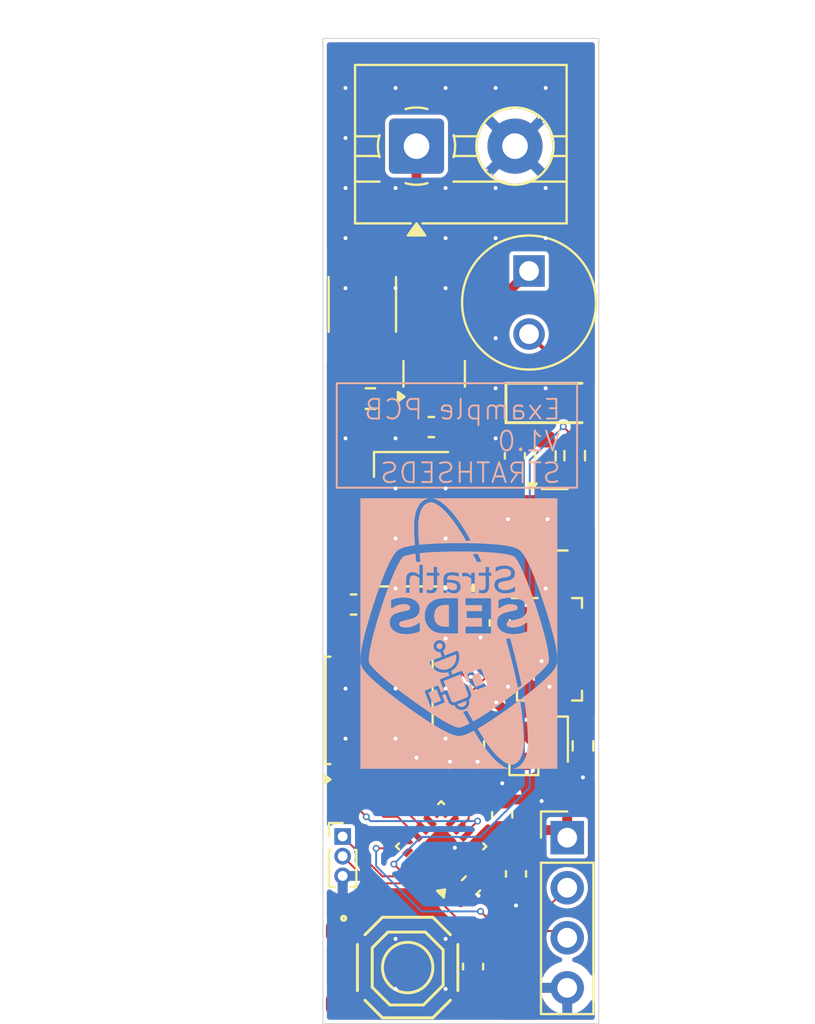
<source format=kicad_pcb>
(kicad_pcb (version 20240108) (generator "pcbnew") (generator_version "8.0")
  (layers (0 "F.Cu" signal) (31 "B.Cu" signal) (34 "B.Paste" user) (35 "F.Paste" user) (36 "B.SilkS" user "B.Silkscreen") (37 "F.SilkS" user "F.Silkscreen") (38 "B.Mask" user) (39 "F.Mask" user) (44 "Edge.Cuts" user))
  (net 0 "")
  (net 1 "Net-(D2-K)")
  (net 2 "+3V3")
  (net 3 "Net-(D3-K)")
  (net 4 "VBAT")
  (net 5 "Net-(BZ1--)")
  (net 6 "/BAT+")
  (net 7 "Net-(Q1-D)")
  (net 8 "Net-(Q1-G)")
  (net 9 "Net-(Q2-G)")
  (net 10 "GND")
  (net 11 "/NRST")
  (net 12 "/SPI_MOSI")
  (net 13 "/UART1_RX")
  (net 14 "/UART1_TX")
  (net 15 "/DEBUG_SWIM")
  (net 16 "/Buzzer")
  (net 17 "/SPI_NSS")
  (net 18 "/SPI_MISO")
  (net 21 "/I2C_SCL")
  (net 22 "/LED")
  (net 24 "/SPI_SCK")
  (net 27 "/I2C_SDA")
  (net 30 "/VCAP")
  (footprint "Resistor_SMD:R_0603_1608Metric" (layer "F.Cu") (at 153.7 120.9 -90)
    (property "Reference" "R5" (hide yes))
    (property "Value" "470R")
    (pad "1" smd roundrect (at -0.825 0 270) (size 0.8 0.95) (layers "F.Cu" "F.Paste" "F.Mask") (net 3 "Net-(D3-K)"))
    (pad "2" smd roundrect (at 0.825 0 270) (size 0.8 0.95) (layers "F.Cu" "F.Paste" "F.Mask") (net 22 "/LED"))
  )
  (footprint "Capacitor_SMD:C_0603_1608Metric" (layer "F.Cu") (at 146.556205 113.729296)
    (property "Reference" "C4" (hide yes))
    (property "Value" "100nF")
    (pad "1" smd roundrect (at -0.775 0) (size 0.9 0.95) (layers "F.Cu" "F.Paste" "F.Mask") (net 2 "+3V3"))
    (pad "2" smd roundrect (at 0.775 0) (size 0.9 0.95) (layers "F.Cu" "F.Paste" "F.Mask") (net 10 "GND"))
  )
  (footprint "Package_LGA:LGA-8_3x5mm_P1.25mm" (layer "F.Cu") (at 156.5 116)
    (property "Reference" "U2" (hide yes))
    (property "Value" "MS5607-02BA")
    (pad "1" smd rect (at -1.075 -1.875) (size 0.95 0.55) (layers "F.Cu" "F.Paste" "F.Mask") (net 2 "+3V3"))
    (pad "2" smd rect (at -1.075 -0.625) (size 0.95 0.55) (layers "F.Cu" "F.Paste" "F.Mask") (net 2 "+3V3"))
    (pad "3" smd rect (at -1.075 0.625) (size 0.95 0.55) (layers "F.Cu" "F.Paste" "F.Mask") (net 10 "GND"))
    (pad "4" smd rect (at -1.075 1.875) (size 0.95 0.55) (layers "F.Cu" "F.Paste" "F.Mask") (net 10 "GND"))
    (pad "5" smd rect (at 1.075 1.875) (size 0.95 0.55) (layers "F.Cu" "F.Paste" "F.Mask") (net 10 "GND"))
    (pad "6" smd rect (at 1.075 0.625) (size 0.95 0.55) (layers "F.Cu" "F.Paste" "F.Mask"))
    (pad "7" smd rect (at 1.075 -0.625) (size 0.95 0.55) (layers "F.Cu" "F.Paste" "F.Mask") (net 27 "/I2C_SDA"))
    (pad "8" smd rect (at 1.075 -1.875) (size 0.95 0.55) (layers "F.Cu" "F.Paste" "F.Mask") (net 21 "/I2C_SCL"))
  )
  (footprint "Resistor_SMD:R_0603_1608Metric" (layer "F.Cu") (at 158.2 120.9 -90)
    (property "Reference" "R4" (hide yes))
    (property "Value" "470R")
    (pad "1" smd roundrect (at -0.825 0 270) (size 0.8 0.95) (layers "F.Cu" "F.Paste" "F.Mask") (net 1 "Net-(D2-K)"))
    (pad "2" smd roundrect (at 0.825 0 270) (size 0.8 0.95) (layers "F.Cu" "F.Paste" "F.Mask") (net 10 "GND"))
  )
  (footprint "Connector_PinHeader_1.00mm:PinHeader_1x03_P1.00mm_Vertical" (layer "F.Cu") (at 146 125.5)
    (property "Reference" "J3" (hide yes))
    (property "Value" "UART Header")
    (pad "1" thru_hole rect (at 0 0) (size 0.85 0.85) (drill 0.5) (layers "*.Cu" "*.Mask") (net 14 "/UART1_TX"))
    (pad "2" thru_hole oval (at 0 1) (size 0.85 0.85) (drill 0.5) (layers "*.Cu" "*.Mask") (net 13 "/UART1_RX"))
    (pad "3" thru_hole oval (at 0 2) (size 0.85 0.85) (drill 0.5) (layers "*.Cu" "*.Mask") (net 10 "GND"))
  )
  (footprint "Capacitor_SMD:C_0603_1608Metric" (layer "F.Cu") (at 154.1 124.4 90)
    (property "Reference" "C2" (hide yes))
    (property "Value" "100nF")
    (pad "1" smd roundrect (at -0.775 0 90) (size 0.9 0.95) (layers "F.Cu" "F.Paste" "F.Mask") (net 2 "+3V3"))
    (pad "2" smd roundrect (at 0.775 0 90) (size 0.9 0.95) (layers "F.Cu" "F.Paste" "F.Mask") (net 10 "GND"))
  )
  (footprint "Package_DFN_QFN:ST_UFQFPN-20_3x3mm_P0.5mm" (layer "F.Cu") (at 151 126 135)
    (property "Reference" "U1" (hide yes))
    (property "Value" "STM8S003F3U")
    (pad "1" smd custom (at -1.475 -1 135) (size 0.35 0.3) (layers "F.Cu" "F.Paste" "F.Mask") (net 11 "/NRST") (options (clearance outline) (anchor rect)) (primitives (gr_poly (pts (xy 0.325 0) (xy 0.325 0.15) (xy 0.175 0.15) (xy 0.175 -0.15)) (width 0) (fill yes))))
    (pad "2" smd rect (at -1.3 -0.5 135) (size 0.7 0.3) (layers "F.Cu" "F.Paste" "F.Mask"))
    (pad "3" smd rect (at -1.3 0 135) (size 0.7 0.3) (layers "F.Cu" "F.Paste" "F.Mask"))
    (pad "4" smd rect (at -1.3 0.5 135) (size 0.7 0.3) (layers "F.Cu" "F.Paste" "F.Mask") (net 10 "GND"))
    (pad "5" smd custom (at -1.475 1 135) (size 0.35 0.3) (layers "F.Cu" "F.Paste" "F.Mask") (net 30 "/VCAP") (options (clearance outline) (anchor rect)) (primitives (gr_poly (pts (xy 0.325 0) (xy 0.175 0.15) (xy 0.175 -0.15) (xy 0.325 -0.15)) (width 0) (fill yes))))
    (pad "6" smd custom (at -1 1.475 135) (size 0.3 0.35) (layers "F.Cu" "F.Paste" "F.Mask") (net 2 "+3V3") (options (clearance outline) (anchor rect)) (primitives (gr_poly (pts (xy 0.15 -0.175) (xy -0.15 -0.175) (xy 0 -0.325) (xy 0.15 -0.325)) (width 0) (fill yes))))
    (pad "7" smd rect (at -0.5 1.3 135) (size 0.3 0.7) (layers "F.Cu" "F.Paste" "F.Mask") (net 17 "/SPI_NSS"))
    (pad "8" smd rect (at 0 1.3 135) (size 0.3 0.7) (layers "F.Cu" "F.Paste" "F.Mask") (net 27 "/I2C_SDA"))
    (pad "9" smd rect (at 0.5 1.3 135) (size 0.3 0.7) (layers "F.Cu" "F.Paste" "F.Mask") (net 21 "/I2C_SCL"))
    (pad "10" smd custom (at 1 1.475 135) (size 0.3 0.35) (layers "F.Cu" "F.Paste" "F.Mask") (net 22 "/LED") (options (clearance outline) (anchor rect)) (primitives (gr_poly (pts (xy 0.15 -0.175) (xy -0.15 -0.175) (xy -0.15 -0.325) (xy 0 -0.325)) (width 0) (fill yes))))
    (pad "11" smd custom (at 1.475 1 135) (size 0.35 0.3) (layers "F.Cu" "F.Paste" "F.Mask") (options (clearance outline) (anchor rect)) (primitives (gr_poly (pts (xy -0.175 0.15) (xy -0.325 0) (xy -0.325 -0.15) (xy -0.175 -0.15)) (width 0) (fill yes))))
    (pad "12" smd rect (at 1.3 0.5 135) (size 0.7 0.3) (layers "F.Cu" "F.Paste" "F.Mask") (net 24 "/SPI_SCK"))
    (pad "13" smd rect (at 1.3 0 135) (size 0.7 0.3) (layers "F.Cu" "F.Paste" "F.Mask") (net 12 "/SPI_MOSI"))
    (pad "14" smd rect (at 1.3 -0.5 135) (size 0.7 0.3) (layers "F.Cu" "F.Paste" "F.Mask") (net 18 "/SPI_MISO"))
    (pad "15" smd custom (at 1.475 -1 135) (size 0.35 0.3) (layers "F.Cu" "F.Paste" "F.Mask") (net 15 "/DEBUG_SWIM") (options (clearance outline) (anchor rect)) (primitives (gr_poly (pts (xy -0.175 0.15) (xy -0.325 0.15) (xy -0.325 0) (xy -0.175 -0.15)) (width 0) (fill yes))))
    (pad "16" smd custom (at 1 -1.475 135) (size 0.3 0.35) (layers "F.Cu" "F.Paste" "F.Mask") (options (clearance outline) (anchor rect)) (primitives (gr_poly (pts (xy 0 0.325) (xy -0.15 0.325) (xy -0.15 0.175) (xy 0.15 0.175)) (width 0) (fill yes))))
    (pad "17" smd rect (at 0.5 -1.3 135) (size 0.3 0.7) (layers "F.Cu" "F.Paste" "F.Mask"))
    (pad "18" smd rect (at 0 -1.3 135) (size 0.3 0.7) (layers "F.Cu" "F.Paste" "F.Mask") (net 16 "/Buzzer"))
    (pad "19" smd rect (at -0.5 -1.3 135) (size 0.3 0.7) (layers "F.Cu" "F.Paste" "F.Mask") (net 14 "/UART1_TX"))
    (pad "20" smd custom (at -1 -1.475 135) (size 0.3 0.35) (layers "F.Cu" "F.Paste" "F.Mask") (net 13 "/UART1_RX") (options (clearance outline) (anchor rect)) (primitives (gr_poly (pts (xy 0.15 0.325) (xy 0 0.325) (xy -0.15 0.175) (xy 0.15 0.175)) (width 0) (fill yes))))
  )
  (footprint "PCM_JLCPCB:D_SOD-123FL" (layer "F.Cu") (at 156.5 103.5)
    (property "Reference" "D4" (hide yes))
    (property "Value" "SM4007PL")
    (pad "1" smd roundrect (at -1.4 0) (size 1.1 1.6) (layers "F.Cu" "F.Paste" "F.Mask") (roundrect_rratio 0.2272727273) (net 4 "VBAT"))
    (pad "2" smd roundrect (at 1.4 0) (size 1.1 1.6) (layers "F.Cu" "F.Paste" "F.Mask") (roundrect_rratio 0.2272727273) (net 5 "Net-(BZ1--)"))
  )
  (footprint "Capacitor_SMD:C_0603_1608Metric" (layer "F.Cu") (at 152.621605 132.1 -90)
    (property "Reference" "C1" (hide yes))
    (property "Value" "100nF")
    (pad "1" smd roundrect (at -0.775 0 270) (size 0.9 0.95) (layers "F.Cu" "F.Paste" "F.Mask") (net 11 "/NRST"))
    (pad "2" smd roundrect (at 0.775 0 270) (size 0.9 0.95) (layers "F.Cu" "F.Paste" "F.Mask") (net 10 "GND"))
  )
  (footprint "Connector_PinHeader_2.54mm:PinHeader_1x04_P2.54mm_Vertical" (layer "F.Cu") (at 157.4 125.560352)
    (property "Reference" "J2" (hide yes))
    (property "Value" "Debug Header")
    (pad "1" thru_hole rect (at 0 0) (size 1.7 1.7) (drill 1) (layers "*.Cu" "*.Mask") (net 2 "+3V3"))
    (pad "2" thru_hole oval (at 0 2.54) (size 1.7 1.7) (drill 1) (layers "*.Cu" "*.Mask") (net 15 "/DEBUG_SWIM"))
    (pad "3" thru_hole oval (at 0 5.08) (size 1.7 1.7) (drill 1) (layers "*.Cu" "*.Mask") (net 11 "/NRST"))
    (pad "4" thru_hole oval (at 0 7.62) (size 1.7 1.7) (drill 1) (layers "*.Cu" "*.Mask") (net 10 "GND"))
  )
  (footprint "Package_TO_SOT_SMD:SOT-23" (layer "F.Cu") (at 150.646583 102.021557 90)
    (property "Reference" "Q1" (hide yes))
    (property "Value" "AO3401A")
    (pad "1" smd roundrect (at -0.9375 -0.95 90) (size 1.475 0.6) (layers "F.Cu" "F.Paste" "F.Mask") (net 8 "Net-(Q1-G)"))
    (pad "2" smd roundrect (at -0.9375 0.95 90) (size 1.475 0.6) (layers "F.Cu" "F.Paste" "F.Mask") (net 4 "VBAT"))
    (pad "3" smd roundrect (at 0.9375 0 90) (size 1.475 0.6) (layers "F.Cu" "F.Paste" "F.Mask") (net 7 "Net-(Q1-D)"))
  )
  (footprint "Capacitor_SMD:C_0603_1608Metric" (layer "F.Cu") (at 152.514974 127.98019 -135)
    (property "Reference" "C8" (hide yes))
    (property "Value" "1uF X5R")
    (pad "1" smd roundrect (at -0.775 0 225) (size 0.9 0.95) (layers "F.Cu" "F.Paste" "F.Mask") (net 30 "/VCAP"))
    (pad "2" smd roundrect (at 0.775 0 225) (size 0.9 0.95) (layers "F.Cu" "F.Paste" "F.Mask") (net 10 "GND"))
  )
  (footprint "Package_SO:SOIC-8_5.23x5.23mm_P1.27mm" (layer "F.Cu") (at 147.843553 119.1 90)
    (property "Reference" "U3" (hide yes))
    (property "Value" "W25Q128JVS")
    (pad "1" smd roundrect (at -3.6 -1.905 90) (size 1.6 0.6) (layers "F.Cu" "F.Paste" "F.Mask") (net 17 "/SPI_NSS"))
    (pad "2" smd roundrect (at -3.6 -0.635 90) (size 1.6 0.6) (layers "F.Cu" "F.Paste" "F.Mask") (net 18 "/SPI_MISO"))
    (pad "3" smd roundrect (at -3.6 0.635 90) (size 1.6 0.6) (layers "F.Cu" "F.Paste" "F.Mask") (net 10 "GND"))
    (pad "4" smd roundrect (at -3.6 1.905 90) (size 1.6 0.6) (layers "F.Cu" "F.Paste" "F.Mask") (net 10 "GND"))
    (pad "5" smd roundrect (at 3.6 1.905 90) (size 1.6 0.6) (layers "F.Cu" "F.Paste" "F.Mask") (net 12 "/SPI_MOSI"))
    (pad "6" smd roundrect (at 3.6 0.635 90) (size 1.6 0.6) (layers "F.Cu" "F.Paste" "F.Mask") (net 24 "/SPI_SCK"))
    (pad "7" smd roundrect (at 3.6 -0.635 90) (size 1.6 0.6) (layers "F.Cu" "F.Paste" "F.Mask") (net 10 "GND"))
    (pad "8" smd roundrect (at 3.6 -1.905 90) (size 1.6 0.6) (layers "F.Cu" "F.Paste" "F.Mask") (net 2 "+3V3"))
  )
  (footprint "Package_TO_SOT_SMD:SOT-223-3_TabPin2" (layer "F.Cu") (at 149.5 109.4 180)
    (property "Reference" "U4" (hide yes))
    (property "Value" "AMS1117-3.3")
    (pad "1" smd roundrect (at -3.15 -2.3 180) (size 2 1.5) (layers "F.Cu" "F.Paste" "F.Mask") (net 10 "GND"))
    (pad "2" smd roundrect (at -3.15 0 180) (size 2 1.5) (layers "F.Cu" "F.Paste" "F.Mask") (net 2 "+3V3"))
    (pad "2" smd roundrect (at 3.15 0 180) (size 2 3.8) (layers "F.Cu" "F.Paste" "F.Mask") (net 2 "+3V3"))
    (pad "3" smd roundrect (at -3.15 2.3 180) (size 2 1.5) (layers "F.Cu" "F.Paste" "F.Mask") (net 4 "VBAT"))
  )
  (footprint "Buzzer_Beeper:MagneticBuzzer_Kingstate_KCG0601" (layer "F.Cu") (at 155.462494 96.804395 -90)
    (property "Reference" "BZ1" (hide yes))
    (property "Value" "Buzzer")
    (pad "1" thru_hole rect (at 0 0 270) (size 1.6 1.6) (drill 1) (layers "*.Cu" "*.Mask") (net 4 "VBAT"))
    (pad "2" thru_hole circle (at 3.2 0 270) (size 1.6 1.6) (drill 1) (layers "*.Cu" "*.Mask") (net 5 "Net-(BZ1--)"))
  )
  (footprint "Capacitor_SMD:C_0603_1608Metric" (layer "F.Cu") (at 150.50204 104.723393 180)
    (property "Reference" "C6" (hide yes))
    (property "Value" "22uF")
    (pad "1" smd roundrect (at -0.775 0 180) (size 0.9 0.95) (layers "F.Cu" "F.Paste" "F.Mask") (net 4 "VBAT"))
    (pad "2" smd roundrect (at 0.775 0 180) (size 0.9 0.95) (layers "F.Cu" "F.Paste" "F.Mask") (net 10 "GND"))
  )
  (footprint "Capacitor_SMD:C_0603_1608Metric" (layer "F.Cu") (at 154.743867 106.183339 90)
    (property "Reference" "C7" (hide yes))
    (property "Value" "22uF")
    (pad "1" smd roundrect (at -0.775 0 90) (size 0.9 0.95) (layers "F.Cu" "F.Paste" "F.Mask") (net 2 "+3V3"))
    (pad "2" smd roundrect (at 0.775 0 90) (size 0.9 0.95) (layers "F.Cu" "F.Paste" "F.Mask") (net 10 "GND"))
  )
  (footprint "Fuse:Fuse_1812_4532Metric" (layer "F.Cu") (at 147 98.5 -90)
    (property "Reference" "F1" (hide yes))
    (property "Value" "JK-mSMD075-33")
    (pad "1" smd roundrect (at -2.1375 0 270) (size 1.125 3.4) (layers "F.Cu" "F.Paste" "F.Mask") (roundrect_rratio 0.222222) (net 6 "/BAT+"))
    (pad "2" smd roundrect (at 2.1375 0 270) (size 1.125 3.4) (layers "F.Cu" "F.Paste" "F.Mask") (roundrect_rratio 0.222222) (net 7 "Net-(Q1-D)"))
  )
  (footprint "TerminalBlock:TerminalBlock_MaiXu_MX126-5.0-02P_1x02_P5.00mm" (layer "F.Cu") (at 149.75 90.4675)
    (property "Reference" "J1" (hide yes))
    (property "Value" "Screw Terminal")
    (pad "1" thru_hole roundrect (at 0 0) (size 2.8 2.8) (drill 1.3) (layers "*.Cu" "*.Mask") (roundrect_rratio 0.089286) (net 6 "/BAT+"))
    (pad "2" thru_hole circle (at 5 0) (size 2.8 2.8) (drill 1.3) (layers "*.Cu" "*.Mask") (net 10 "GND"))
  )
  (footprint "Resistor_SMD:R_0603_1608Metric" (layer "F.Cu") (at 156.289697 106.183313 -90)
    (property "Reference" "R3" (hide yes))
    (property "Value" "10k")
    (pad "1" smd roundrect (at -0.825 0 270) (size 0.8 0.95) (layers "F.Cu" "F.Paste" "F.Mask") (net 10 "GND"))
    (pad "2" smd roundrect (at 0.825 0 270) (size 0.8 0.95) (layers "F.Cu" "F.Paste" "F.Mask") (net 9 "Net-(Q2-G)"))
  )
  (footprint "Resistor_SMD:R_0603_1608Metric" (layer "F.Cu") (at 147.41105 103.277966 180)
    (property "Reference" "R1" (hide yes))
    (property "Value" "10k")
    (pad "1" smd roundrect (at -0.825 0 180) (size 0.8 0.95) (layers "F.Cu" "F.Paste" "F.Mask") (net 8 "Net-(Q1-G)"))
    (pad "2" smd roundrect (at 0.825 0 180) (size 0.8 0.95) (layers "F.Cu" "F.Paste" "F.Mask") (net 10 "GND"))
  )
  (footprint "Capacitor_SMD:C_0603_1608Metric" (layer "F.Cu") (at 153.975808 114.662158 -90)
    (property "Reference" "C5" (hide yes))
    (property "Value" "100nF")
    (pad "1" smd roundrect (at -0.775 0 270) (size 0.9 0.95) (layers "F.Cu" "F.Paste" "F.Mask") (net 2 "+3V3"))
    (pad "2" smd roundrect (at 0.775 0 270) (size 0.9 0.95) (layers "F.Cu" "F.Paste" "F.Mask") (net 10 "GND"))
  )
  (footprint "PCM_JLCPCB:SW-SMD_4P-L5.1-W5.1-P3.70-LS6.5-TL-2" (layer "F.Cu") (at 149.3 132.15)
    (property "Reference" "S1" (hide yes))
    (property "Value" "Tactile Button, 160gf")
    (pad "1" smd roundrect (at -3.3 -1.85) (size 1.7 1) (layers "F.Cu" "F.Paste" "F.Mask"))
    (pad "2" smd roundrect (at 3.3 -1.85) (size 1.7 1) (layers "F.Cu" "F.Paste" "F.Mask") (net 11 "/NRST"))
    (pad "3" smd roundrect (at -3.3 1.85) (size 1.7 1) (layers "F.Cu" "F.Paste" "F.Mask") (net 10 "GND"))
    (pad "4" smd roundrect (at 3.3 1.85) (size 1.7 1) (layers "F.Cu" "F.Paste" "F.Mask") (net 10 "GND"))
  )
  (footprint "Capacitor_SMD:C_0603_1608Metric" (layer "F.Cu") (at 154.8 127.4 -90)
    (property "Reference" "C3" (hide yes))
    (property "Value" "1uF")
    (pad "1" smd roundrect (at -0.775 0 270) (size 0.9 0.95) (layers "F.Cu" "F.Paste" "F.Mask") (net 2 "+3V3"))
    (pad "2" smd roundrect (at 0.775 0 270) (size 0.9 0.95) (layers "F.Cu" "F.Paste" "F.Mask") (net 10 "GND"))
  )
  (footprint "LED_SMD:LED_0603_1608Metric" (layer "F.Cu") (at 156.7 120.9 -90)
    (property "Reference" "D2" (hide yes))
    (property "Value" "KT-0603R")
    (pad "1" smd roundrect (at -0.7875 0 270) (size 0.875 0.95) (layers "F.Cu" "F.Paste" "F.Mask") (net 1 "Net-(D2-K)"))
    (pad "2" smd roundrect (at 0.7875 0 270) (size 0.875 0.95) (layers "F.Cu" "F.Paste" "F.Mask") (net 2 "+3V3"))
  )
  (footprint "LED_SMD:LED_0603_1608Metric" (layer "F.Cu") (at 155.2 120.9 90)
    (property "Reference" "D3" (hide yes))
    (property "Value" "KT-0603B")
    (pad "1" smd roundrect (at -0.7875 0 90) (size 0.875 0.95) (layers "F.Cu" "F.Paste" "F.Mask") (net 3 "Net-(D3-K)"))
    (pad "2" smd roundrect (at 0.7875 0 90) (size 0.875 0.95) (layers "F.Cu" "F.Paste" "F.Mask") (net 2 "+3V3"))
  )
  (footprint "Package_TO_SOT_SMD:SOT-23" (layer "F.Cu") (at 156.769273 109.42633)
    (property "Reference" "Q2" (hide yes))
    (property "Value" "AO3400A")
    (pad "1" smd roundrect (at -0.9375 -0.95) (size 1.475 0.6) (layers "F.Cu" "F.Paste" "F.Mask") (net 9 "Net-(Q2-G)"))
    (pad "2" smd roundrect (at -0.9375 0.95) (size 1.475 0.6) (layers "F.Cu" "F.Paste" "F.Mask") (net 10 "GND"))
    (pad "3" smd roundrect (at 0.9375 0) (size 1.475 0.6) (layers "F.Cu" "F.Paste" "F.Mask") (net 5 "Net-(BZ1--)"))
  )
  (footprint "Resistor_SMD:R_0603_1608Metric" (layer "F.Cu") (at 157.781452 106.174048 -90)
    (property "Reference" "R2" (hide yes))
    (property "Value" "270R")
    (pad "1" smd roundrect (at -0.825 0 270) (size 0.8 0.95) (layers "F.Cu" "F.Paste" "F.Mask") (net 16 "/Buzzer"))
    (pad "2" smd roundrect (at 0.825 0 270) (size 0.8 0.95) (layers "F.Cu" "F.Paste" "F.Mask") (net 9 "Net-(Q2-G)"))
  )
  (footprint "Library:strathseds" (layer "B.Cu") (at 151.9 115.2 180)
    (property "Reference" "G***" (hide yes))
    (property "Value" "LOGO" (hide yes))
  )
  (gr_rect (start 145 85) (end 159 135) (stroke (width 0.05)) (fill none) (layer "Edge.Cuts"))
  (gr_text_box "Example PCB\nV1.0\nSTRATHSEDS\n" (start 145.7 102.5) (end 157.9 107.8) (layer "B.SilkS") (effects (font (size 1 1) (thickness 0.1)) (justify left top mirror)) (border yes) (stroke (width 0.1)))
  (segment (start 156.7 120.1125) (end 158.1625 120.1125) (width 0.2) (layer "F.Cu") (net 1))
  (segment (start 158.1625 120.1125) (end 158.2 120.075) (width 0.2) (layer "F.Cu") (net 1))
  (segment (start 145.938553 115.633779) (end 145.938553 109.911447) (width 0.5) (layer "F.Cu") (net 2))
  (segment (start 155.425 115.375) (end 155.425 114.125) (width 0.5) (layer "F.Cu") (net 2))
  (segment (start 154.1 113.762966) (end 154.1 110.95) (width 0.5) (layer "F.Cu") (net 2))
  (segment (start 156.551818 121.6125) (end 155.2 120.260682) (width 0.5) (layer "F.Cu") (net 2))
  (segment (start 156.7 121.9) (end 157.4 122.6) (width 0.5) (layer "F.Cu") (net 2))
  (segment (start 154.743867 106.958339) (end 154.743867 107.406133) (width 0.5) (layer "F.Cu") (net 2))
  (segment (start 156.7 121.6875) (end 156.7 121.9) (width 0.2) (layer "F.Cu") (net 2))
  (segment (start 145.938553 109.911447) (end 146.35 109.5) (width 0.5) (layer "F.Cu") (net 2))
  (segment (start 154.1 125.175) (end 157.014648 125.175) (width 0.5) (layer "F.Cu") (net 2))
  (segment (start 154.743867 107.406133) (end 152.65 109.5) (width 0.5) (layer "F.Cu") (net 2))
  (segment (start 154.1 110.95) (end 152.65 109.5) (width 0.5) (layer "F.Cu") (net 2))
  (segment (start 156.7 121.6875) (end 156.7 121.6125) (width 0.2) (layer "F.Cu") (net 2))
  (segment (start 152.1 113.9) (end 152.5 113.9) (width 0.5) (layer "F.Cu") (net 2))
  (segment (start 154.21365 114.125) (end 153.975808 113.887158) (width 0.5) (layer "F.Cu") (net 2))
  (segment (start 152.1 117) (end 152.1 113.9) (width 0.5) (layer "F.Cu") (net 2))
  (segment (start 155.425 114.125) (end 154.21365 114.125) (width 0.5) (layer "F.Cu") (net 2))
  (segment (start 155.2 120.260682) (end 155.2 120.1125) (width 0.5) (layer "F.Cu") (net 2))
  (segment (start 153.975808 113.887158) (end 154.1 113.762966) (width 0.5) (layer "F.Cu") (net 2))
  (segment (start 157.014648 125.175) (end 157.4 125.560352) (width 0.5) (layer "F.Cu") (net 2))
  (segment (start 152.5 113.9) (end 152.512842 113.887158) (width 0.5) (layer "F.Cu") (net 2))
  (segment (start 157.4 122.6) (end 157.4 125.560352) (width 0.5) (layer "F.Cu") (net 2))
  (segment (start 154.8 126.425) (end 154.8 126.353248) (width 0.2) (layer "F.Cu") (net 2))
  (segment (start 155.2 120.1) (end 153.8 118.7) (width 0.5) (layer "F.Cu") (net 2))
  (segment (start 155.2 120.1125) (end 155.2 120.1) (width 0.5) (layer "F.Cu") (net 2))
  (segment (start 146.35 109.5) (end 152.65 109.5) (width 0.5) (layer "F.Cu") (net 2))
  (segment (start 152.5 117.4) (end 152.1 117) (width 0.5) (layer "F.Cu") (net 2))
  (segment (start 156.7 121.6125) (end 156.551818 121.6125) (width 0.5) (layer "F.Cu") (net 2))
  (segment (start 152.512842 113.887158) (end 153.975808 113.887158) (width 0.5) (layer "F.Cu") (net 2))
  (via (at 153.8 118.7) (size 0.35) (drill 0.2) (layers "F.Cu" "B.Cu") (net 2))
  (via (at 152.5 117.4) (size 0.35) (drill 0.2) (layers "F.Cu" "B.Cu") (net 2))
  (segment (start 153.8 118.7) (end 152.5 117.4) (width 0.5) (layer "B.Cu") (net 2))
  (segment (start 155.2 121.6875) (end 155.2 121.575) (width 0.2) (layer "F.Cu") (net 3))
  (segment (start 155.2 121.575) (end 153.7 120.075) (width 0.2) (layer "F.Cu") (net 3))
  (segment (start 155.1 103.5) (end 152.137526 103.5) (width 0.5) (layer "F.Cu") (net 4))
  (segment (start 151.27704 104.723393) (end 151.27704 105.82704) (width 0.5) (layer "F.Cu") (net 4))
  (segment (start 151.27704 105.82704) (end 152.65 107.2) (width 0.5) (layer "F.Cu") (net 4))
  (segment (start 151.596583 100.670306) (end 155.462494 96.804395) (width 0.5) (layer "F.Cu") (net 4))
  (segment (start 151.596583 102.959057) (end 151.596583 100.670306) (width 0.5) (layer "F.Cu") (net 4))
  (segment (start 152.137526 103.5) (end 151.596583 102.959057) (width 0.5) (layer "F.Cu") (net 4))
  (segment (start 158.556452 108.576651) (end 158.556452 104.156452) (width 0.2) (layer "F.Cu") (net 5))
  (segment (start 157.706773 109.42633) (end 158.556452 108.576651) (width 0.2) (layer "F.Cu") (net 5))
  (segment (start 157.9 103.5) (end 157.9 102.441901) (width 0.2) (layer "F.Cu") (net 5))
  (segment (start 158.556452 104.156452) (end 157.9 103.5) (width 0.2) (layer "F.Cu") (net 5))
  (segment (start 157.9 102.441901) (end 155.462494 100.004395) (width 0.2) (layer "F.Cu") (net 5))
  (segment (start 149.75 93.6125) (end 147 96.3625) (width 0.5) (layer "F.Cu") (net 6))
  (segment (start 149.75 90.4675) (end 149.75 93.6125) (width 0.5) (layer "F.Cu") (net 6))
  (segment (start 150.200026 100.6375) (end 150.646583 101.084057) (width 0.5) (layer "F.Cu") (net 7))
  (segment (start 147 100.6375) (end 150.200026 100.6375) (width 0.5) (layer "F.Cu") (net 7))
  (segment (start 149.696583 102.959057) (end 148.554959 102.959057) (width 0.5) (layer "F.Cu") (net 8))
  (segment (start 148.554959 102.959057) (end 148.23605 103.277966) (width 0.5) (layer "F.Cu") (net 8))
  (segment (start 155.831773 107.466237) (end 156.289697 107.008313) (width 0.2) (layer "F.Cu") (net 9))
  (segment (start 157.772187 107.008313) (end 157.781452 106.999048) (width 0.2) (layer "F.Cu") (net 9))
  (segment (start 155.831773 108.47633) (end 155.831773 107.466237) (width 0.2) (layer "F.Cu") (net 9))
  (segment (start 156.289697 107.008313) (end 157.772187 107.008313) (width 0.2) (layer "F.Cu") (net 9))
  (segment (start 152.871802 128.528198) (end 152.9 128.5) (width 0.1) (layer "F.Cu") (net 10))
  (segment (start 151.779631 126.072524) (end 152.272792 126.565685) (width 0.2) (layer "F.Cu") (net 10))
  (segment (start 154.425 117.875) (end 154.4 117.9) (width 0.1) (layer "F.Cu") (net 10))
  (segment (start 154.67633 110.37633) (end 154.4 110.1) (width 0.1) (layer "F.Cu") (net 10))
  (segment (start 149.748553 122.833779) (end 149.748553 121.5) (width 0.2) (layer "F.Cu") (net 10))
  (segment (start 151.966966 128.528198) (end 152.871802 128.528198) (width 0.1) (layer "F.Cu") (net 10))
  (segment (start 153.975808 115.437158) (end 153.037158 115.437158) (width 0.2) (layer "F.Cu") (net 10))
  (segment (start 151.695409 126.072524) (end 151.779631 126.072524) (width 0.2) (layer "F.Cu") (net 10))
  (segment (start 157.575 117.875) (end 156.525 117.875) (width 0.2) (layer "F.Cu") (net 10))
  (segment (start 154.1 123.625) (end 156.025 123.625) (width 0.2) (layer "F.Cu") (net 10))
  (segment (start 155.425 117.875) (end 154.425 117.875) (width 0.1) (layer "F.Cu") (net 10))
  (segment (start 155.831773 110.37633) (end 154.67633 110.37633) (width 0.1) (layer "F.Cu") (net 10))
  (segment (start 154.1 123.625) (end 154.1 122.8) (width 0.2) (layer "F.Cu") (net 10))
  (segment (start 154.4 110.1) (end 154.4 109.4) (width 0.1) (layer "F.Cu") (net 10))
  (segment (start 154.8 128.175) (end 154.8 129) (width 0.2) (layer "F.Cu") (net 10))
  (segment (start 153.037158 115.437158) (end 153 115.4) (width 0.2) (layer "F.Cu") (net 10))
  (segment (start 156.025 123.625) (end 156.1 123.7) (width 0.2) (layer "F.Cu") (net 10))
  (segment (start 158.2 121.725) (end 158.2 122.5) (width 0.2) (layer "F.Cu") (net 10))
  (segment (start 156.525 117.875) (end 156.5 117.9) (width 0.2) (layer "F.Cu") (net 10))
  (segment (start 156.075 116.625) (end 156.1 116.6) (width 0.1) (layer "F.Cu") (net 10))
  (segment (start 155.831773 110.37633) (end 156.4 109.808103) (width 0.1) (layer "F.Cu") (net 10))
  (segment (start 155.425 116.625) (end 156.075 116.625) (width 0.1) (layer "F.Cu") (net 10))
  (segment (start 156.4 109.808103) (end 156.4 109.4) (width 0.1) (layer "F.Cu") (net 10))
  (via (at 154.4 117.9) (size 0.35) (drill 0.2) (layers "F.Cu" "B.Cu") (net 10))
  (via (at 154.1 122.8) (size 0.35) (drill 0.2) (layers "F.Cu" "B.Cu") (net 10))
  (via (at 154.8 129) (size 0.35) (drill 0.2) (layers "F.Cu" "B.Cu") (net 10))
  (via (at 153.765476 100.215) (size 0.35) (drill 0.2) (layers "F.Cu" "B.Cu") (net 10))
  (via (at 153 115.4) (size 0.35) (drill 0.2) (layers "F.Cu" "B.Cu") (net 10))
  (via (at 151.225476 112.915) (size 0.35) (drill 0.2) (layers "F.Cu" "B.Cu") (net 10))
  (via (at 156.305476 95.135) (size 0.35) (drill 0.2) (layers "F.Cu" "B.Cu") (net 10))
  (via (at 153.765476 92.595) (size 0.35) (drill 0.2) (layers "F.Cu" "B.Cu") (net 10))
  (via (at 153.765476 102.755) (size 0.35) (drill 0.2) (layers "F.Cu" "B.Cu") (net 10))
  (via (at 146.145476 92.595) (size 0.35) (drill 0.2) (layers "F.Cu" "B.Cu") (net 10))
  (via (at 148.685476 120.535) (size 0.35) (drill 0.2) (layers "F.Cu" "B.Cu") (net 10))
  (via (at 156.305476 92.595) (size 0.35) (drill 0.2) (layers "F.Cu" "B.Cu") (net 10))
  (via (at 151.225476 110.375) (size 0.35) (drill 0.2) (layers "F.Cu" "B.Cu") (net 10))
  (via (at 156.5 117.9) (size 0.35) (drill 0.2) (layers "F.Cu" "B.Cu") (net 10))
  (via (at 156.305476 112.915) (size 0.35) (drill 0.2) (layers "F.Cu" "B.Cu") (net 10))
  (via (at 148.685476 107.835) (size 0.35) (drill 0.2) (layers "F.Cu" "B.Cu") (net 10))
  (via (at 151.695409 126.072524) (size 0.35) (drill 0.2) (layers "F.Cu" "B.Cu") (net 10))
  (via (at 153.765476 105.295) (size 0.35) (drill 0.2) (layers "F.Cu" "B.Cu") (net 10))
  (via (at 156.305476 102.755) (size 0.35) (drill 0.2) (layers "F.Cu" "B.Cu") (net 10))
  (via (at 149.748553 121.5) (size 0.35) (drill 0.2) (layers "F.Cu" "B.Cu") (net 10))
  (via (at 146.145476 105.295) (size 0.35) (drill 0.2) (layers "F.Cu" "B.Cu") (net 10))
  (via (at 151.225476 95.135) (size 0.35) (drill 0.2) (layers "F.Cu" "B.Cu") (net 10))
  (via (at 148.685476 87.515) (size 0.35) (drill 0.2) (layers "F.Cu" "B.Cu") (net 10))
  (via (at 151.225476 97.675) (size 0.35) (drill 0.2) (layers "F.Cu" "B.Cu") (net 10))
  (via (at 151.225476 115.455) (size 0.35) (drill 0.2) (layers "F.Cu" "B.Cu") (net 10))
  (via (at 156.1 116.6) (size 0.35) (drill 0.2) (layers "F.Cu" "B.Cu") (net 10))
  (via (at 151.225476 107.835) (size 0.35) (drill 0.2) (layers "F.Cu" "B.Cu") (net 10))
  (via (at 146.145476 95.135) (size 0.35) (drill 0.2) (layers "F.Cu" "B.Cu") (net 10))
  (via (at 148.685476 133.235) (size 0.35) (drill 0.2) (layers "F.Cu" "B.Cu") (net 10))
  (via (at 148.685476 117.995) (size 0.35) (drill 0.2) (layers "F.Cu" "B.Cu") (net 10))
  (via (at 153.765476 95.135) (size 0.35) (drill 0.2) (layers "F.Cu" "B.Cu") (net 10))
  (via (at 156.4 109.4) (size 0.35) (drill 0.2) (layers "F.Cu" "B.Cu") (net 10))
  (via (at 156.305476 87.515) (size 0.35) (drill 0.2) (layers "F.Cu" "B.Cu") (net 10))
  (via (at 148.685476 105.295) (size 0.35) (drill 0.2) (layers "F.Cu" "B.Cu") (net 10))
  (via (at 151.225476 87.515) (size 0.35) (drill 0.2) (layers "F.Cu" "B.Cu") (net 10))
  (via (at 146.145476 90.055) (size 0.35) (drill 0.2) (layers "F.Cu" "B.Cu") (net 10))
  (via (at 152.9 128.5) (size 0.35) (drill 0.2) (layers "F.Cu" "B.Cu") (net 10))
  (via (at 153.765476 87.515) (size 0.35) (drill 0.2) (layers "F.Cu" "B.Cu") (net 10))
  (via (at 151.225476 120.535) (size 0.35) (drill 0.2) (layers "F.Cu" "B.Cu") (net 10))
  (via (at 148.685476 97.675) (size 0.35) (drill 0.2) (layers "F.Cu" "B.Cu") (net 10))
  (via (at 148.685476 130.695) (size 0.35) (drill 0.2) (layers "F.Cu" "B.Cu") (net 10))
  (via (at 148.685476 112.915) (size 0.35) (drill 0.2) (layers "F.Cu" "B.Cu") (net 10))
  (via (at 146.145476 87.515) (size 0.35) (drill 0.2) (layers "F.Cu" "B.Cu") (net 10))
  (via (at 151.225476 117.995) (size 0.35) (drill 0.2) (layers "F.Cu" "B.Cu") (net 10))
  (via (at 146.145476 97.675) (size 0.35) (drill 0.2) (layers "F.Cu" "B.Cu") (net 10))
  (via (at 151.225476 92.595) (size 0.35) (drill 0.2) (layers "F.Cu" "B.Cu") (net 10))
  (via (at 158.2 122.5) (size 0.35) (drill 0.2) (layers "F.Cu" "B.Cu") (net 10))
  (via (at 151.225476 130.695) (size 0.35) (drill 0.2) (layers "F.Cu" "B.Cu") (net 10))
  (via (at 154.4 109.4) (size 0.35) (drill 0.2) (layers "F.Cu" "B.Cu") (net 10))
  (via (at 148.685476 92.595) (size 0.35) (drill 0.2) (layers "F.Cu" "B.Cu") (net 10))
  (via (at 146.145476 117.995) (size 0.35) (drill 0.2) (layers "F.Cu" "B.Cu") (net 10))
  (via (at 146.145476 120.535) (size 0.35) (drill 0.2) (layers "F.Cu" "B.Cu") (net 10))
  (via (at 156.1 123.7) (size 0.35) (drill 0.2) (layers "F.Cu" "B.Cu") (net 10))
  (via (at 151.225476 133.235) (size 0.35) (drill 0.2) (layers "F.Cu" "B.Cu") (net 10))
  (via (at 148.685476 110.375) (size 0.35) (drill 0.2) (layers "F.Cu" "B.Cu") (net 10))
  (segment (start 157.4 130.640352) (end 157.059648 130.3) (width 0.1) (layer "F.Cu") (net 11))
  (segment (start 157.059648 130.3) (end 152.6 130.3) (width 0.1) (layer "F.Cu") (net 11))
  (segment (start 151.151682 129.001682) (end 152.6 130.45) (width 0.1) (layer "F.Cu") (net 11))
  (segment (start 152.621605 130.321605) (end 152.6 130.3) (width 0.1) (layer "F.Cu") (net 11))
  (segment (start 152.621605 131.325) (end 152.621605 130.321605) (width 0.1) (layer "F.Cu") (net 11))
  (segment (start 151.335876 127.750089) (end 151.151682 127.934283) (width 0.1) (layer "F.Cu") (net 11))
  (segment (start 151.151682 127.934283) (end 151.151682 129.001682) (width 0.1) (layer "F.Cu") (net 11))
  (segment (start 149.198553 124.198553) (end 149.198553 116.183779) (width 0.1) (layer "F.Cu") (net 12))
  (segment (start 150.080761 125.080761) (end 149.198553 124.198553) (width 0.1) (layer "F.Cu") (net 12))
  (segment (start 149.198553 116.183779) (end 149.748553 115.633779) (width 0.1) (layer "F.Cu") (net 12))
  (segment (start 150.536844 127.877369) (end 147.377369 127.877369) (width 0.1) (layer "F.Cu") (net 13))
  (segment (start 150.664124 127.750089) (end 150.536844 127.877369) (width 0.1) (layer "F.Cu") (net 13))
  (segment (start 147.377369 127.877369) (end 146 126.5) (width 0.1) (layer "F.Cu") (net 13))
  (segment (start 150.434315 127.272792) (end 150.184315 127.522792) (width 0.1) (layer "F.Cu") (net 14))
  (segment (start 148.022792 127.522792) (end 146 125.5) (width 0.1) (layer "F.Cu") (net 14))
  (segment (start 150.184315 127.522792) (end 148.022792 127.522792) (width 0.1) (layer "F.Cu") (net 14))
  (segment (start 157.4 128.100352) (end 155.950352 129.55) (width 0.1) (layer "F.Cu") (net 15))
  (segment (start 148.814035 126.1) (end 149.249911 125.664124) (width 0.1) (layer "F.Cu") (net 15))
  (segment (start 153.25 129.55) (end 153 129.3) (width 0.1) (layer "F.Cu") (net 15))
  (segment (start 155.950352 129.55) (end 153.25 129.55) (width 0.1) (layer "F.Cu") (net 15))
  (segment (start 147.7 126.1) (end 148.814035 126.1) (width 0.1) (layer "F.Cu") (net 15))
  (via (at 153 129.3) (size 0.35) (drill 0.2) (layers "F.Cu" "B.Cu") (net 15))
  (via (at 147.7 126.1) (size 0.35) (drill 0.2) (layers "F.Cu" "B.Cu") (net 15))
  (segment (start 147.7 127) (end 150 129.3) (width 0.1) (layer "B.Cu") (net 15))
  (segment (start 147.7 126.1) (end 147.7 127) (width 0.1) (layer "B.Cu") (net 15))
  (segment (start 150 129.3) (end 153 129.3) (width 0.1) (layer "B.Cu") (net 15))
  (segment (start 157.781452 105.281452) (end 157.2 104.7) (width 0.1) (layer "F.Cu") (net 16))
  (segment (start 148.869238 127.169238) (end 148.6 126.9) (width 0.1) (layer "F.Cu") (net 16))
  (segment (start 150.080761 126.919239) (end 149.830762 127.169238) (width 0.1) (layer "F.Cu") (net 16))
  (segment (start 149.830762 127.169238) (end 148.869238 127.169238) (width 0.1) (layer "F.Cu") (net 16))
  (segment (start 157.781452 105.349048) (end 157.781452 105.281452) (width 0.1) (layer "F.Cu") (net 16))
  (via (at 157.2 104.7) (size 0.35) (drill 0.2) (layers "F.Cu" "B.Cu") (net 16))
  (via (at 148.6 126.9) (size 0.35) (drill 0.2) (layers "F.Cu" "B.Cu") (net 16))
  (segment (start 149.977476 125.522524) (end 152.977476 125.522524) (width 0.1) (layer "B.Cu") (net 16))
  (segment (start 148.6 126.9) (end 149.977476 125.522524) (width 0.1) (layer "B.Cu") (net 16))
  (segment (start 152.977476 125.522524) (end 155.5 123) (width 0.1) (layer "B.Cu") (net 16))
  (segment (start 155.5 106.4) (end 157.2 104.7) (width 0.1) (layer "B.Cu") (net 16))
  (segment (start 155.5 123) (end 155.5 106.4) (width 0.1) (layer "B.Cu") (net 16))
  (segment (start 152.272792 125.434315) (end 152.272792 125.29553) (width 0.1) (layer "F.Cu") (net 17))
  (segment (start 147.2 124.5) (end 145.938553 123.238553) (width 0.1) (layer "F.Cu") (net 17))
  (segment (start 152.272792 125.29553) (end 152.849685 124.718637) (width 0.1) (layer "F.Cu") (net 17))
  (segment (start 145.938553 123.238553) (end 145.938553 122.833779) (width 0.1) (layer "F.Cu") (net 17))
  (via (at 147.2 124.5) (size 0.35) (drill 0.2) (layers "F.Cu" "B.Cu") (net 17))
  (via (at 152.849685 124.718637) (size 0.35) (drill 0.2) (layers "F.Cu" "B.Cu") (net 17))
  (segment (start 147.418637 124.718637) (end 147.2 124.5) (width 0.1) (layer "B.Cu") (net 17))
  (segment (start 152.849685 124.718637) (end 147.418637 124.718637) (width 0.1) (layer "B.Cu") (net 17))
  (segment (start 147.208553 123.633778) (end 148.074775 124.5) (width 0.1) (layer "F.Cu") (net 18))
  (segment (start 148.074775 124.5) (end 148.792893 124.5) (width 0.1) (layer "F.Cu") (net 18))
  (segment (start 147.208553 122.833779) (end 147.208553 123.633778) (width 0.1) (layer "F.Cu") (net 18))
  (segment (start 148.792893 124.5) (end 149.727208 125.434315) (width 0.1) (layer "F.Cu") (net 18))
  (segment (start 151.565685 124.727208) (end 152 124.292893) (width 0.1) (layer "F.Cu") (net 21))
  (segment (start 152 118.7) (end 154.8 115.9) (width 0.1) (layer "F.Cu") (net 21))
  (segment (start 156.4 115.9) (end 156.5 115.8) (width 0.1) (layer "F.Cu") (net 21))
  (segment (start 154.8 115.9) (end 156.4 115.9) (width 0.1) (layer "F.Cu") (net 21))
  (segment (start 152 124.292893) (end 152 118.7) (width 0.1) (layer "F.Cu") (net 21))
  (segment (start 156.5 115.2) (end 157.575 114.125) (width 0.1) (layer "F.Cu") (net 21))
  (segment (start 156.5 115.8) (end 156.5 115.2) (width 0.1) (layer "F.Cu") (net 21))
  (segment (start 151.5 121.75) (end 151.5 124.085787) (width 0.1) (layer "F.Cu") (net 22))
  (segment (start 151.45 121.7) (end 151.5 121.75) (width 0.1) (layer "F.Cu") (net 22))
  (segment (start 153.675 121.7) (end 153.7 121.725) (width 0.1) (layer "F.Cu") (net 22))
  (segment (start 153.7 121.725) (end 153.7 121.885787) (width 0.1) (layer "F.Cu") (net 22))
  (segment (start 152.85 121.7) (end 153.675 121.7) (width 0.1) (layer "F.Cu") (net 22))
  (segment (start 151.5 124.085787) (end 151.335876 124.249911) (width 0.1) (layer "F.Cu") (net 22))
  (via (at 152.85 121.7) (size 0.35) (drill 0.2) (layers "F.Cu" "B.Cu") (net 22))
  (via (at 151.45 121.7) (size 0.35) (drill 0.2) (layers "F.Cu" "B.Cu") (net 22))
  (segment (start 151.45 121.7) (end 152.85 121.7) (width 0.1) (layer "B.Cu") (net 22))
  (segment (start 148.478553 114.606329) (end 148.584882 114.5) (width 0.1) (layer "F.Cu") (net 24))
  (segment (start 150.4 114.5) (end 150.4 123.7) (width 0.1) (layer "F.Cu") (net 24))
  (segment (start 150.068395 124.031605) (end 150.068395 124.361288) (width 0.1) (layer "F.Cu") (net 24))
  (segment (start 150.4 123.7) (end 150.068395 124.031605) (width 0.1) (layer "F.Cu") (net 24))
  (segment (start 150.068395 124.361288) (end 150.434315 124.727208) (width 0.1) (layer "F.Cu") (net 24))
  (segment (start 148.478553 115.633779) (end 148.478553 114.606329) (width 0.1) (layer "F.Cu") (net 24))
  (segment (start 148.584882 114.5) (end 150.4 114.5) (width 0.1) (layer "F.Cu") (net 24))
  (segment (start 156.7 116.777818) (end 156.7 116.25) (width 0.1) (layer "F.Cu") (net 27))
  (segment (start 154.25 117.15) (end 156.327818 117.15) (width 0.1) (layer "F.Cu") (net 27))
  (segment (start 156.327818 117.15) (end 156.7 116.777818) (width 0.1) (layer "F.Cu") (net 27))
  (segment (start 152.4 124.6) (end 152.4 119) (width 0.1) (layer "F.Cu") (net 27))
  (segment (start 151.919239 125.080761) (end 152.4 124.6) (width 0.1) (layer "F.Cu") (net 27))
  (segment (start 152.4 119) (end 154.25 117.15) (width 0.1) (layer "F.Cu") (net 27))
  (segment (start 156.7 116.25) (end 157.575 115.375) (width 0.1) (layer "F.Cu") (net 27))
  (segment (start 152.750089 126.335876) (end 153.3 126.885787) (width 0.2) (layer "F.Cu") (net 30))
  (segment (start 153.3 126.885787) (end 153.3 127.625) (width 0.2) (layer "F.Cu") (net 30))
  (zone (net 2) (net_name "+3V3") (layer "F.Cu") (priority 1) (connect_pads (clearance 0.15)) (min_thickness 0.25) (fill yes (thermal_gap 0.15) (thermal_bridge_width 0.5))
    (polygon (pts (xy 152.4 125.8) (xy 153.5 124.7) (xy 155.4 124.7) (xy 155.3 127.2) (xy 154.3 127.2) (xy 154.1 127) (xy 153.7 126.2) (xy 152.9 125.9) (xy 152.5 125.9)))
  )
  (zone (net 10) (net_name "GND") (layers "F&B.Cu") (connect_pads (clearance 0.15)) (min_thickness 0.25) (fill yes (thermal_gap 0.5) (thermal_bridge_width 0.5))
    (polygon (pts (xy 145 85) (xy 159 85) (xy 159 135) (xy 145 135)))
  )
)
</source>
